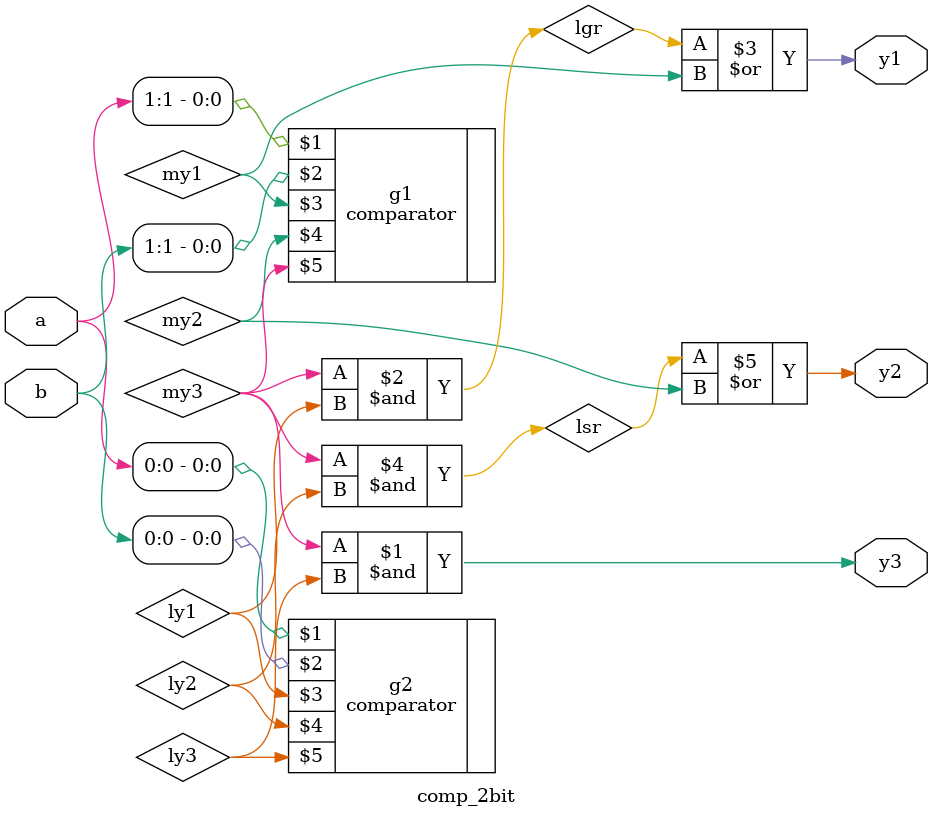
<source format=v>
`include "comp_1bit_gate.v"
module comp_2bit(a,b,y1,y2,y3);
input [1:0]a,b;
output y1,y2,y3;
comparator g1(a[1],b[1],my1,my2,my3); //">" my1,"<" my2,"=" my3
comparator g2(a[0],b[0],ly1,ly2,ly3);
and g3(y3,my3,ly3); //~(a1^b1)&~(a0^b0);
and g4(lgr,my3,ly1);//~(a1^b1)&(a0&b0');
or g5(y1,lgr,my1);
and g6(lsr,my3,ly2);
or g7(y2,lsr,my2);
endmodule

//# a[1]a[0]=01 b[1]b[0]=00 (a>b)=1 (a<b)=0 (a=b)=0
//# a[1]a[0]=00 b[1]b[0]=01 (a>b)=0 (a<b)=1 (a=b)=0
//# a[1]a[0]=10 b[1]b[0]=01 (a>b)=1 (a<b)=0 (a=b)=0
//# a[1]a[0]=00 b[1]b[0]=11 (a>b)=0 (a<b)=1 (a=b)=0
//# a[1]a[0]=11 b[1]b[0]=01 (a>b)=1 (a<b)=0 (a=b)=0
//# a[1]a[0]=11 b[1]b[0]=01 (a>b)=1 (a<b)=0 (a=b)=0
//# a[1]a[0]=01 b[1]b[0]=01 (a>b)=0 (a<b)=0 (a=b)=1
//# a[1]a[0]=00 b[1]b[0]=10 (a>b)=0 (a<b)=1 (a=b)=0
//# a[1]a[0]=00 b[1]b[0]=01 (a>b)=0 (a<b)=1 (a=b)=0
//# a[1]a[0]=11 b[1]b[0]=01 (a>b)=1 (a<b)=0 (a=b)=0
//# a[1]a[0]=01 b[1]b[0]=10 (a>b)=0 (a<b)=1 (a=b)=0
//# a[1]a[0]=11 b[1]b[0]=01 (a>b)=1 (a<b)=0 (a=b)=0
//# a[1]a[0]=11 b[1]b[0]=01 (a>b)=1 (a<b)=0 (a=b)=0
//# a[1]a[0]=11 b[1]b[0]=00 (a>b)=1 (a<b)=0 (a=b)=0
//# a[1]a[0]=10 b[1]b[0]=01 (a>b)=1 (a<b)=0 (a=b)=0
//# a[1]a[0]=01 b[1]b[0]=10 (a>b)=0 (a<b)=1 (a=b)=0

</source>
